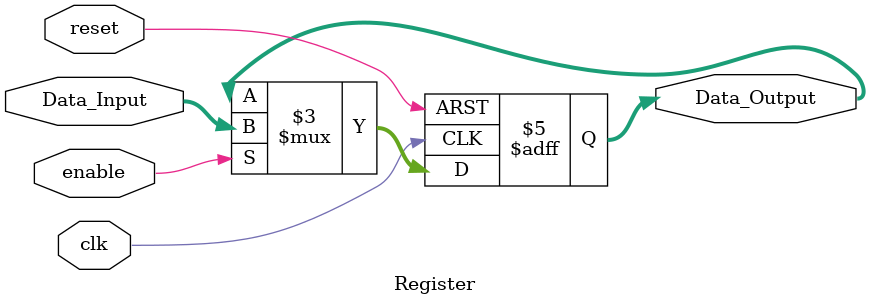
<source format=v>
module Register 
#( parameter Word_Length = 8)
(	input clk,
	input reset,
	input enable,
	input [Word_Length-1:0] Data_Input,
	output reg [Word_Length-1:0] Data_Output
);
always@(posedge clk or posedge reset) begin
	if(reset == 1'b1) 
		Data_Output <= {Word_Length{1'b0}};
	else 
	 if(enable)
		Data_Output <= Data_Input;
end
endmodule

</source>
